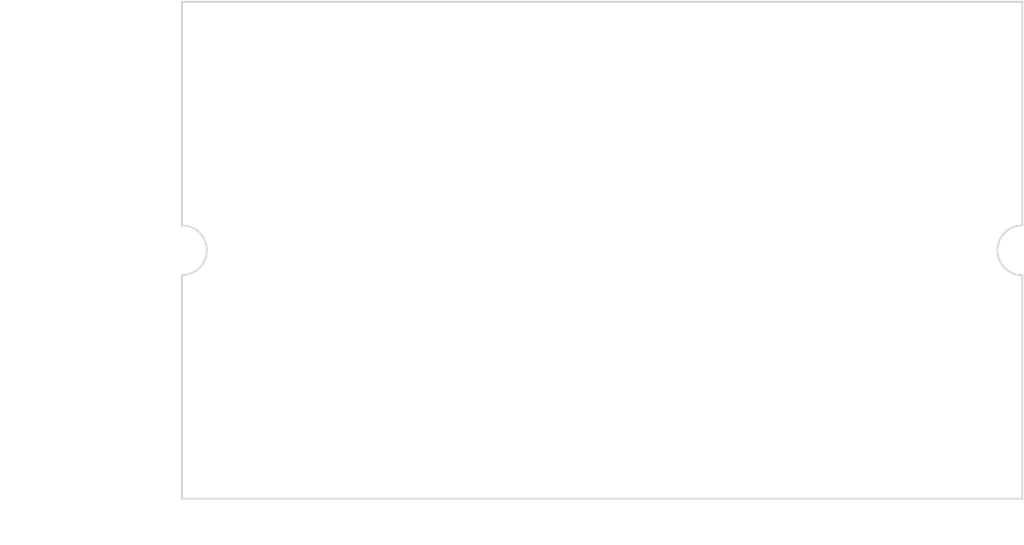
<source format=kicad_pcb>
(kicad_pcb (version 20171130) (host pcbnew 5.0.2-bee76a0~70~ubuntu18.04.1)

  (general
    (thickness 1.6)
    (drawings 17)
    (tracks 0)
    (zones 0)
    (modules 0)
    (nets 1)
  )

  (page A4)
  (layers
    (0 F.Cu signal)
    (31 B.Cu signal)
    (32 B.Adhes user)
    (33 F.Adhes user)
    (34 B.Paste user)
    (35 F.Paste user)
    (36 B.SilkS user)
    (37 F.SilkS user)
    (38 B.Mask user)
    (39 F.Mask user)
    (40 Dwgs.User user)
    (41 Cmts.User user)
    (42 Eco1.User user)
    (43 Eco2.User user)
    (44 Edge.Cuts user)
    (45 Margin user)
    (46 B.CrtYd user)
    (47 F.CrtYd user)
    (48 B.Fab user)
    (49 F.Fab user)
  )

  (setup
    (last_trace_width 0.25)
    (trace_clearance 0.2)
    (zone_clearance 0.508)
    (zone_45_only no)
    (trace_min 0.2)
    (segment_width 0.2)
    (edge_width 0.15)
    (via_size 0.8)
    (via_drill 0.4)
    (via_min_size 0.4)
    (via_min_drill 0.3)
    (uvia_size 0.3)
    (uvia_drill 0.1)
    (uvias_allowed no)
    (uvia_min_size 0.2)
    (uvia_min_drill 0.1)
    (pcb_text_width 0.3)
    (pcb_text_size 1.5 1.5)
    (mod_edge_width 0.15)
    (mod_text_size 1 1)
    (mod_text_width 0.15)
    (pad_size 1.524 1.524)
    (pad_drill 0.762)
    (pad_to_mask_clearance 0.051)
    (solder_mask_min_width 0.25)
    (aux_axis_origin 0 0)
    (visible_elements FFFFFF7F)
    (pcbplotparams
      (layerselection 0x010fc_ffffffff)
      (usegerberextensions false)
      (usegerberattributes false)
      (usegerberadvancedattributes false)
      (creategerberjobfile false)
      (excludeedgelayer true)
      (linewidth 0.100000)
      (plotframeref false)
      (viasonmask false)
      (mode 1)
      (useauxorigin false)
      (hpglpennumber 1)
      (hpglpenspeed 20)
      (hpglpendiameter 15.000000)
      (psnegative false)
      (psa4output false)
      (plotreference true)
      (plotvalue true)
      (plotinvisibletext false)
      (padsonsilk false)
      (subtractmaskfromsilk false)
      (outputformat 1)
      (mirror false)
      (drillshape 1)
      (scaleselection 1)
      (outputdirectory ""))
  )

  (net 0 "")

  (net_class Default "This is the default net class."
    (clearance 0.2)
    (trace_width 0.25)
    (via_dia 0.8)
    (via_drill 0.4)
    (uvia_dia 0.3)
    (uvia_drill 0.1)
  )

  (gr_line (start 177.6 70) (end 177.6 88) (layer Edge.Cuts) (width 0.15))
  (gr_line (start 110 70) (end 177.6 70) (layer Edge.Cuts) (width 0.15))
  (gr_line (start 110 88) (end 110 70) (layer Edge.Cuts) (width 0.15))
  (dimension 40 (width 0.3) (layer Dwgs.User)
    (gr_text "40,000 mm" (at 100.9 90 90) (layer Dwgs.User)
      (effects (font (size 1.5 1.5) (thickness 0.3)))
    )
    (feature1 (pts (xy 110 70) (xy 102.413579 70)))
    (feature2 (pts (xy 110 110) (xy 102.413579 110)))
    (crossbar (pts (xy 103 110) (xy 103 70)))
    (arrow1a (pts (xy 103 70) (xy 103.586421 71.126504)))
    (arrow1b (pts (xy 103 70) (xy 102.413579 71.126504)))
    (arrow2a (pts (xy 103 110) (xy 103.586421 108.873496)))
    (arrow2b (pts (xy 103 110) (xy 102.413579 108.873496)))
  )
  (gr_arc (start 177.6 90) (end 177.6 87) (angle -90) (layer Dwgs.User) (width 0.2))
  (gr_line (start 174.6 106) (end 174.6 90) (layer Dwgs.User) (width 0.2))
  (gr_line (start 113 106) (end 174.6 106) (layer Dwgs.User) (width 0.2))
  (gr_line (start 113 106) (end 113 90) (layer Dwgs.User) (width 0.2))
  (gr_arc (start 110 90) (end 113 90) (angle -90) (layer Dwgs.User) (width 0.2))
  (gr_line (start 177.6 92) (end 177.6 110) (layer Edge.Cuts) (width 0.15))
  (gr_arc (start 177.6 90) (end 177.6 88) (angle -180) (layer Edge.Cuts) (width 0.15))
  (gr_line (start 110 92) (end 110 110) (layer Edge.Cuts) (width 0.15))
  (gr_arc (start 110 90) (end 110 92) (angle -180) (layer Edge.Cuts) (width 0.15))
  (dimension 20 (width 0.3) (layer Dwgs.User)
    (gr_text "20,000 mm" (at 104.9 100 90) (layer Dwgs.User)
      (effects (font (size 1.5 1.5) (thickness 0.3)))
    )
    (feature1 (pts (xy 110 90) (xy 106.413579 90)))
    (feature2 (pts (xy 110 110) (xy 106.413579 110)))
    (crossbar (pts (xy 107 110) (xy 107 90)))
    (arrow1a (pts (xy 107 90) (xy 107.586421 91.126504)))
    (arrow1b (pts (xy 107 90) (xy 106.413579 91.126504)))
    (arrow2a (pts (xy 107 110) (xy 107.586421 108.873496)))
    (arrow2b (pts (xy 107 110) (xy 106.413579 108.873496)))
  )
  (gr_line (start 177.6 110) (end 177 110) (layer Edge.Cuts) (width 0.15))
  (gr_line (start 110 110) (end 177 110) (layer Edge.Cuts) (width 0.15))
  (dimension 67.6 (width 0.3) (layer Dwgs.User)
    (gr_text "67,600 mm" (at 143.8 115.1) (layer Dwgs.User) (tstamp 5CA0B9C0)
      (effects (font (size 1.5 1.5) (thickness 0.3)))
    )
    (feature1 (pts (xy 177.6 110) (xy 177.6 113.586421)))
    (feature2 (pts (xy 110 110) (xy 110 113.586421)))
    (crossbar (pts (xy 110 113) (xy 177.6 113)))
    (arrow1a (pts (xy 177.6 113) (xy 176.473496 113.586421)))
    (arrow1b (pts (xy 177.6 113) (xy 176.473496 112.413579)))
    (arrow2a (pts (xy 110 113) (xy 111.126504 113.586421)))
    (arrow2b (pts (xy 110 113) (xy 111.126504 112.413579)))
  )

)

</source>
